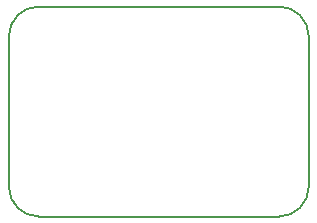
<source format=gbr>
%TF.GenerationSoftware,KiCad,Pcbnew,8.0.6-8.0.6-0~ubuntu22.04.1*%
%TF.CreationDate,2025-01-20T13:57:26-08:00*%
%TF.ProjectId,uv_abc_sensor,75765f61-6263-45f7-9365-6e736f722e6b,rev?*%
%TF.SameCoordinates,Original*%
%TF.FileFunction,Profile,NP*%
%FSLAX46Y46*%
G04 Gerber Fmt 4.6, Leading zero omitted, Abs format (unit mm)*
G04 Created by KiCad (PCBNEW 8.0.6-8.0.6-0~ubuntu22.04.1) date 2025-01-20 13:57:26*
%MOMM*%
%LPD*%
G01*
G04 APERTURE LIST*
%TA.AperFunction,Profile*%
%ADD10C,0.200000*%
%TD*%
G04 APERTURE END LIST*
D10*
X50800000Y-53340000D02*
G75*
G02*
X53340000Y-50800000I2540000J0D01*
G01*
X73660000Y-50800000D02*
G75*
G02*
X76200000Y-53340000I0J-2540000D01*
G01*
X53340000Y-68580000D02*
G75*
G02*
X50800000Y-66040000I0J2540000D01*
G01*
X50800000Y-66040000D02*
X50800000Y-53340000D01*
X76200000Y-66040000D02*
G75*
G02*
X73660000Y-68580000I-2540000J0D01*
G01*
X76200000Y-53340000D02*
X76200000Y-66040000D01*
X73660000Y-68580000D02*
X53340000Y-68580000D01*
X53340000Y-50800000D02*
X73660000Y-50800000D01*
M02*

</source>
